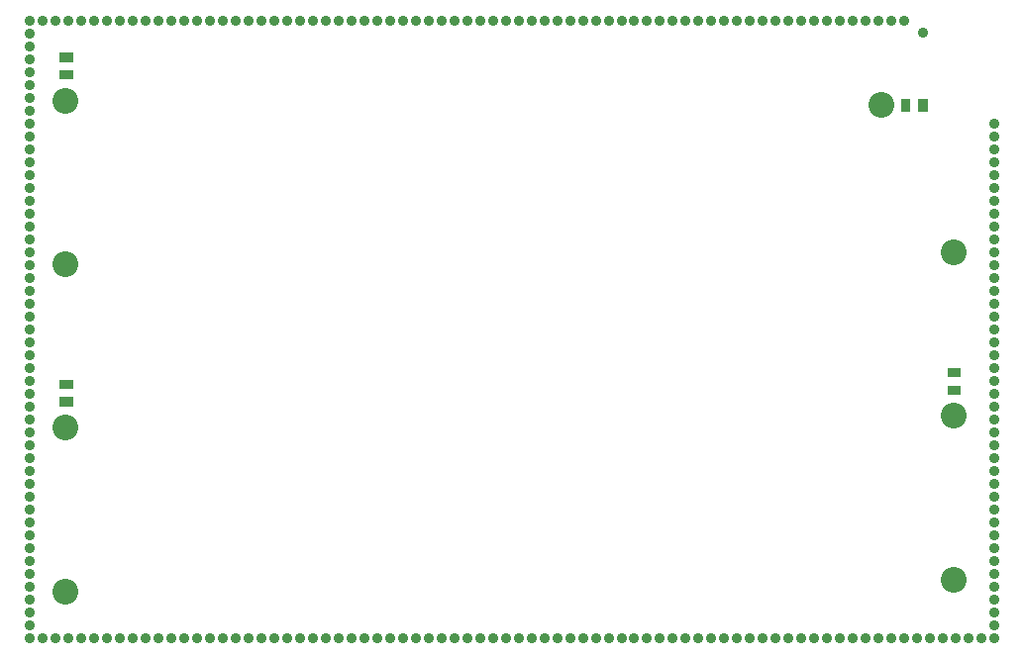
<source format=gbs>
G75*
G70*
%OFA0B0*%
%FSLAX24Y24*%
%IPPOS*%
%LPD*%
%AMOC8*
5,1,8,0,0,1.08239X$1,22.5*
%
%ADD10C,0.0032*%
%ADD11C,0.0867*%
%ADD12C,0.0513*%
%ADD13C,0.0350*%
D10*
X020220Y027701D02*
X020220Y027985D01*
X020622Y027985D01*
X020622Y027701D01*
X020220Y027701D01*
X020220Y027732D02*
X020622Y027732D01*
X020622Y027763D02*
X020220Y027763D01*
X020220Y027794D02*
X020622Y027794D01*
X020622Y027825D02*
X020220Y027825D01*
X020220Y027856D02*
X020622Y027856D01*
X020622Y027887D02*
X020220Y027887D01*
X020220Y027918D02*
X020622Y027918D01*
X020622Y027949D02*
X020220Y027949D01*
X020220Y027980D02*
X020622Y027980D01*
X020220Y028291D02*
X020220Y028575D01*
X020622Y028575D01*
X020622Y028291D01*
X020220Y028291D01*
X020220Y028322D02*
X020622Y028322D01*
X020622Y028353D02*
X020220Y028353D01*
X020220Y028384D02*
X020622Y028384D01*
X020622Y028415D02*
X020220Y028415D01*
X020220Y028446D02*
X020622Y028446D01*
X020622Y028477D02*
X020220Y028477D01*
X020220Y028508D02*
X020622Y028508D01*
X020622Y028539D02*
X020220Y028539D01*
X020220Y028570D02*
X020622Y028570D01*
X020220Y038724D02*
X020220Y039008D01*
X020622Y039008D01*
X020622Y038724D01*
X020220Y038724D01*
X020220Y038755D02*
X020622Y038755D01*
X020622Y038786D02*
X020220Y038786D01*
X020220Y038817D02*
X020622Y038817D01*
X020622Y038848D02*
X020220Y038848D01*
X020220Y038879D02*
X020622Y038879D01*
X020622Y038910D02*
X020220Y038910D01*
X020220Y038941D02*
X020622Y038941D01*
X020622Y038972D02*
X020220Y038972D01*
X020220Y039003D02*
X020622Y039003D01*
X020220Y039315D02*
X020220Y039599D01*
X020622Y039599D01*
X020622Y039315D01*
X020220Y039315D01*
X020220Y039346D02*
X020622Y039346D01*
X020622Y039377D02*
X020220Y039377D01*
X020220Y039408D02*
X020622Y039408D01*
X020622Y039439D02*
X020220Y039439D01*
X020220Y039470D02*
X020622Y039470D01*
X020622Y039501D02*
X020220Y039501D01*
X020220Y039532D02*
X020622Y039532D01*
X020622Y039563D02*
X020220Y039563D01*
X020220Y039594D02*
X020622Y039594D01*
X048527Y038024D02*
X048811Y038024D01*
X048811Y037622D01*
X048527Y037622D01*
X048527Y038024D01*
X048527Y037653D02*
X048811Y037653D01*
X048811Y037684D02*
X048527Y037684D01*
X048527Y037715D02*
X048811Y037715D01*
X048811Y037746D02*
X048527Y037746D01*
X048527Y037777D02*
X048811Y037777D01*
X048811Y037808D02*
X048527Y037808D01*
X048527Y037839D02*
X048811Y037839D01*
X048811Y037870D02*
X048527Y037870D01*
X048527Y037901D02*
X048811Y037901D01*
X048811Y037932D02*
X048527Y037932D01*
X048527Y037963D02*
X048811Y037963D01*
X048811Y037994D02*
X048527Y037994D01*
X049118Y038024D02*
X049402Y038024D01*
X049402Y037622D01*
X049118Y037622D01*
X049118Y038024D01*
X049118Y037653D02*
X049402Y037653D01*
X049402Y037684D02*
X049118Y037684D01*
X049118Y037715D02*
X049402Y037715D01*
X049402Y037746D02*
X049118Y037746D01*
X049118Y037777D02*
X049402Y037777D01*
X049402Y037808D02*
X049118Y037808D01*
X049118Y037839D02*
X049402Y037839D01*
X049402Y037870D02*
X049118Y037870D01*
X049118Y037901D02*
X049402Y037901D01*
X049402Y037932D02*
X049118Y037932D01*
X049118Y037963D02*
X049402Y037963D01*
X049402Y037994D02*
X049118Y037994D01*
X050102Y028969D02*
X050102Y028685D01*
X050102Y028969D02*
X050504Y028969D01*
X050504Y028685D01*
X050102Y028685D01*
X050102Y028716D02*
X050504Y028716D01*
X050504Y028747D02*
X050102Y028747D01*
X050102Y028778D02*
X050504Y028778D01*
X050504Y028809D02*
X050102Y028809D01*
X050102Y028840D02*
X050504Y028840D01*
X050504Y028871D02*
X050102Y028871D01*
X050102Y028902D02*
X050504Y028902D01*
X050504Y028933D02*
X050102Y028933D01*
X050102Y028964D02*
X050504Y028964D01*
X050102Y028378D02*
X050102Y028094D01*
X050102Y028378D02*
X050504Y028378D01*
X050504Y028094D01*
X050102Y028094D01*
X050102Y028125D02*
X050504Y028125D01*
X050504Y028156D02*
X050102Y028156D01*
X050102Y028187D02*
X050504Y028187D01*
X050504Y028218D02*
X050102Y028218D01*
X050102Y028249D02*
X050504Y028249D01*
X050504Y028280D02*
X050102Y028280D01*
X050102Y028311D02*
X050504Y028311D01*
X050504Y028342D02*
X050102Y028342D01*
X050102Y028373D02*
X050504Y028373D01*
D11*
X050303Y027350D03*
X050303Y021839D03*
X050303Y032862D03*
X047862Y037823D03*
X020421Y037980D03*
X020421Y032469D03*
X020421Y026957D03*
X020421Y021445D03*
D12*
X020421Y021445D03*
X020421Y026957D03*
X020421Y032469D03*
X020421Y037980D03*
X047862Y037823D03*
X050303Y032862D03*
X050303Y027350D03*
X050303Y021839D03*
D13*
X019201Y019870D03*
X019634Y019870D03*
X020067Y019870D03*
X020500Y019870D03*
X020933Y019870D03*
X021366Y019870D03*
X021799Y019870D03*
X022232Y019870D03*
X022665Y019870D03*
X023098Y019870D03*
X023531Y019870D03*
X023965Y019870D03*
X024398Y019870D03*
X024831Y019870D03*
X025264Y019870D03*
X025697Y019870D03*
X026130Y019870D03*
X026563Y019870D03*
X026996Y019870D03*
X027429Y019870D03*
X027862Y019870D03*
X028295Y019870D03*
X028728Y019870D03*
X029161Y019870D03*
X029594Y019870D03*
X030028Y019870D03*
X030461Y019870D03*
X030894Y019870D03*
X031327Y019870D03*
X031760Y019870D03*
X032193Y019870D03*
X032626Y019870D03*
X033059Y019870D03*
X033492Y019870D03*
X033925Y019870D03*
X034358Y019870D03*
X034791Y019870D03*
X035224Y019870D03*
X035657Y019870D03*
X036091Y019870D03*
X036524Y019870D03*
X036957Y019870D03*
X037390Y019870D03*
X037823Y019870D03*
X038256Y019870D03*
X038689Y019870D03*
X039122Y019870D03*
X039555Y019870D03*
X039988Y019870D03*
X040421Y019870D03*
X040854Y019870D03*
X041287Y019870D03*
X041720Y019870D03*
X042154Y019870D03*
X042587Y019870D03*
X043020Y019870D03*
X043453Y019870D03*
X043886Y019870D03*
X044319Y019870D03*
X044752Y019870D03*
X045185Y019870D03*
X045618Y019870D03*
X046051Y019870D03*
X046484Y019870D03*
X046917Y019870D03*
X047350Y019870D03*
X047783Y019870D03*
X048217Y019870D03*
X048650Y019870D03*
X049083Y019870D03*
X049516Y019870D03*
X049949Y019870D03*
X050382Y019870D03*
X050815Y019870D03*
X051248Y019870D03*
X051681Y019870D03*
X051681Y020303D03*
X051681Y020736D03*
X051681Y021169D03*
X051681Y021602D03*
X051681Y022035D03*
X051681Y022469D03*
X051681Y022902D03*
X051681Y023335D03*
X051681Y023768D03*
X051681Y024201D03*
X051681Y024634D03*
X051681Y025067D03*
X051681Y025500D03*
X051681Y025933D03*
X051681Y026366D03*
X051681Y026799D03*
X051681Y027232D03*
X051681Y027665D03*
X051681Y028098D03*
X051681Y028531D03*
X051681Y028965D03*
X051681Y029398D03*
X051681Y029831D03*
X051681Y030264D03*
X051681Y030697D03*
X051681Y031130D03*
X051681Y031563D03*
X051681Y031996D03*
X051681Y032429D03*
X051681Y032862D03*
X051681Y033295D03*
X051681Y033728D03*
X051681Y034161D03*
X051681Y034594D03*
X051681Y035028D03*
X051681Y035461D03*
X051681Y035894D03*
X051681Y036327D03*
X051681Y036760D03*
X051681Y037193D03*
X049280Y040259D03*
X048650Y040657D03*
X048217Y040657D03*
X047783Y040657D03*
X047350Y040657D03*
X046917Y040657D03*
X046484Y040657D03*
X046051Y040657D03*
X045618Y040657D03*
X045185Y040657D03*
X044752Y040657D03*
X044319Y040657D03*
X043886Y040657D03*
X043453Y040657D03*
X043020Y040657D03*
X042587Y040657D03*
X042154Y040657D03*
X041720Y040657D03*
X041287Y040657D03*
X040854Y040657D03*
X040421Y040657D03*
X039988Y040657D03*
X039555Y040657D03*
X039122Y040657D03*
X038689Y040657D03*
X038256Y040657D03*
X037823Y040657D03*
X037390Y040657D03*
X036957Y040657D03*
X036524Y040657D03*
X036091Y040657D03*
X035657Y040657D03*
X035224Y040657D03*
X034791Y040657D03*
X034358Y040657D03*
X033925Y040657D03*
X033492Y040657D03*
X033059Y040657D03*
X032626Y040657D03*
X032193Y040657D03*
X031760Y040657D03*
X031327Y040657D03*
X030894Y040657D03*
X030461Y040657D03*
X030028Y040657D03*
X029594Y040657D03*
X029161Y040657D03*
X028728Y040657D03*
X028295Y040657D03*
X027862Y040657D03*
X027429Y040657D03*
X026996Y040657D03*
X026563Y040657D03*
X026130Y040657D03*
X025697Y040657D03*
X025264Y040657D03*
X024831Y040657D03*
X024398Y040657D03*
X023965Y040657D03*
X023531Y040657D03*
X023098Y040657D03*
X022665Y040657D03*
X022232Y040657D03*
X021799Y040657D03*
X021366Y040657D03*
X020933Y040657D03*
X020500Y040657D03*
X020067Y040657D03*
X019634Y040657D03*
X019201Y040657D03*
X019201Y040224D03*
X019201Y039791D03*
X019201Y039358D03*
X019201Y038925D03*
X019201Y038492D03*
X019201Y038059D03*
X019201Y037626D03*
X019201Y037193D03*
X019201Y036760D03*
X019201Y036327D03*
X019201Y035894D03*
X019201Y035461D03*
X019201Y035028D03*
X019201Y034594D03*
X019201Y034161D03*
X019201Y033728D03*
X019201Y033295D03*
X019201Y032862D03*
X019201Y032429D03*
X019201Y031996D03*
X019201Y031563D03*
X019201Y031130D03*
X019201Y030697D03*
X019201Y030264D03*
X019201Y029831D03*
X019201Y029398D03*
X019201Y028965D03*
X019201Y028531D03*
X019201Y028098D03*
X019201Y027665D03*
X019201Y027232D03*
X019201Y026799D03*
X019201Y026366D03*
X019201Y025933D03*
X019201Y025500D03*
X019201Y025067D03*
X019201Y024634D03*
X019201Y024201D03*
X019201Y023768D03*
X019201Y023335D03*
X019201Y022902D03*
X019201Y022469D03*
X019201Y022035D03*
X019201Y021602D03*
X019201Y021169D03*
X019201Y020736D03*
X019201Y020303D03*
M02*

</source>
